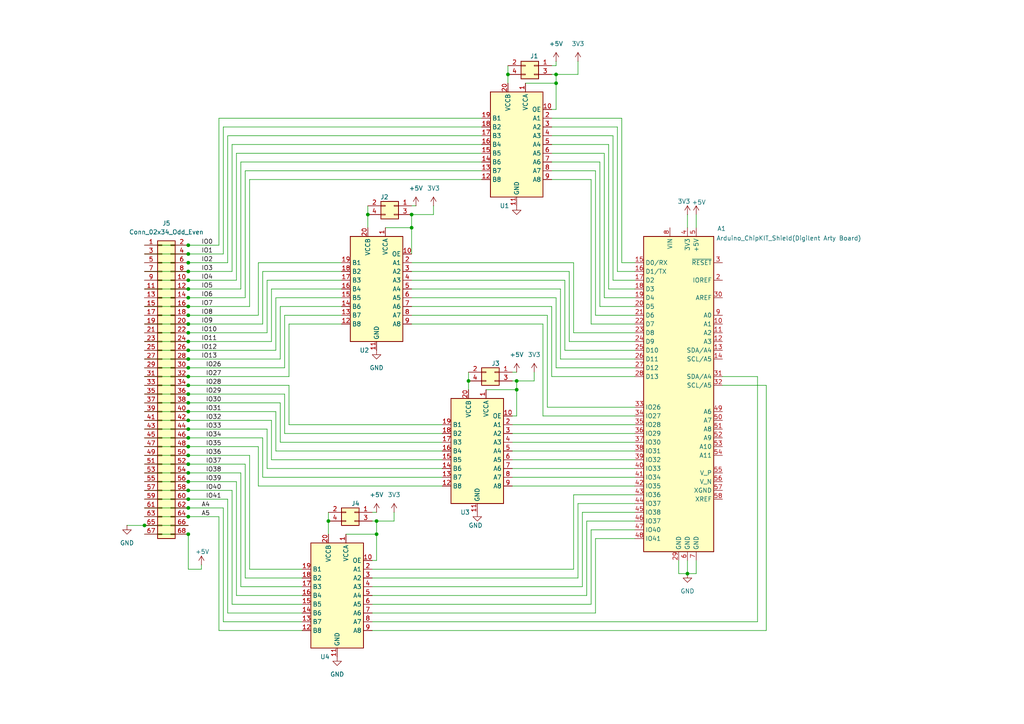
<source format=kicad_sch>
(kicad_sch (version 20250114) (generator "eeschema") (generator_version "9.0")
  (paper "A4")
  (lib_symbols
    (symbol "Connector_Generic:Conn_02x02_Odd_Even" (pin_names (offset 1.016) (hide yes))
      (property "Reference" "J" (at 1.27 2.54 0))
      (property "Value" "Conn_02x02_Odd_Even" (at 1.27 -5.08 0))
      (symbol "Conn_02x02_Odd_Even_1_1"
        (rectangle (start -1.27 1.27) (end 3.81 -3.81) (stroke (width 0.254)) (fill (type background)))
        (rectangle (start -1.27 0.127) (end 0 -0.127) (stroke (width 0.1524)))
        (rectangle (start -1.27 -2.413) (end 0 -2.667) (stroke (width 0.1524)))
        (rectangle (start 3.81 0.127) (end 2.54 -0.127) (stroke (width 0.1524)))
        (rectangle (start 3.81 -2.413) (end 2.54 -2.667) (stroke (width 0.1524)))
        (pin passive line (at -5.08 0 0) (length 3.81) (name "Pin_1") (number "1"))
        (pin passive line (at -5.08 -2.54 0) (length 3.81) (name "Pin_3") (number "3"))
        (pin passive line (at 7.62 0 180) (length 3.81) (name "Pin_2") (number "2"))
        (pin passive line (at 7.62 -2.54 180) (length 3.81) (name "Pin_4") (number "4"))
      )
    )
    (symbol "Connector_Generic:Conn_02x34_Odd_Even" (pin_names (offset 1.016) (hide yes))
      (property "Reference" "J" (at 1.27 43.18 0))
      (property "Value" "Conn_02x34_Odd_Even" (at 1.27 -45.72 0))
      (symbol "Conn_02x34_Odd_Even_1_1"
        (rectangle (start -1.27 41.91) (end 3.81 -44.45) (stroke (width 0.254)) (fill (type background)))
        (rectangle (start -1.27 40.767) (end 0 40.513) (stroke (width 0.1524)))
        (rectangle (start -1.27 38.227) (end 0 37.973) (stroke (width 0.1524)))
        (rectangle (start -1.27 35.687) (end 0 35.433) (stroke (width 0.1524)))
        (rectangle (start -1.27 33.147) (end 0 32.893) (stroke (width 0.1524)))
        (rectangle (start -1.27 30.607) (end 0 30.353) (stroke (width 0.1524)))
        (rectangle (start -1.27 28.067) (end 0 27.813) (stroke (width 0.1524)))
        (rectangle (start -1.27 25.527) (end 0 25.273) (stroke (width 0.1524)))
        (rectangle (start -1.27 22.987) (end 0 22.733) (stroke (width 0.1524)))
        (rectangle (start -1.27 20.447) (end 0 20.193) (stroke (width 0.1524)))
        (rectangle (start -1.27 17.907) (end 0 17.653) (stroke (width 0.1524)))
        (rectangle (start -1.27 15.367) (end 0 15.113) (stroke (width 0.1524)))
        (rectangle (start -1.27 12.827) (end 0 12.573) (stroke (width 0.1524)))
        (rectangle (start -1.27 10.287) (end 0 10.033) (stroke (width 0.1524)))
        (rectangle (start -1.27 7.747) (end 0 7.493) (stroke (width 0.1524)))
        (rectangle (start -1.27 5.207) (end 0 4.953) (stroke (width 0.1524)))
        (rectangle (start -1.27 2.667) (end 0 2.413) (stroke (width 0.1524)))
        (rectangle (start -1.27 0.127) (end 0 -0.127) (stroke (width 0.1524)))
        (rectangle (start -1.27 -2.413) (end 0 -2.667) (stroke (width 0.1524)))
        (rectangle (start -1.27 -4.953) (end 0 -5.207) (stroke (width 0.1524)))
        (rectangle (start -1.27 -7.493) (end 0 -7.747) (stroke (width 0.1524)))
        (rectangle (start -1.27 -10.033) (end 0 -10.287) (stroke (width 0.1524)))
        (rectangle (start -1.27 -12.573) (end 0 -12.827) (stroke (width 0.1524)))
        (rectangle (start -1.27 -15.113) (end 0 -15.367) (stroke (width 0.1524)))
        (rectangle (start -1.27 -17.653) (end 0 -17.907) (stroke (width 0.1524)))
        (rectangle (start -1.27 -20.193) (end 0 -20.447) (stroke (width 0.1524)))
        (rectangle (start -1.27 -22.733) (end 0 -22.987) (stroke (width 0.1524)))
        (rectangle (start -1.27 -25.273) (end 0 -25.527) (stroke (width 0.1524)))
        (rectangle (start -1.27 -27.813) (end 0 -28.067) (stroke (width 0.1524)))
        (rectangle (start -1.27 -30.353) (end 0 -30.607) (stroke (width 0.1524)))
        (rectangle (start -1.27 -32.893) (end 0 -33.147) (stroke (width 0.1524)))
        (rectangle (start -1.27 -35.433) (end 0 -35.687) (stroke (width 0.1524)))
        (rectangle (start -1.27 -37.973) (end 0 -38.227) (stroke (width 0.1524)))
        (rectangle (start -1.27 -40.513) (end 0 -40.767) (stroke (width 0.1524)))
        (rectangle (start -1.27 -43.053) (end 0 -43.307) (stroke (width 0.1524)))
        (rectangle (start 3.81 40.767) (end 2.54 40.513) (stroke (width 0.1524)))
        (rectangle (start 3.81 38.227) (end 2.54 37.973) (stroke (width 0.1524)))
        (rectangle (start 3.81 35.687) (end 2.54 35.433) (stroke (width 0.1524)))
        (rectangle (start 3.81 33.147) (end 2.54 32.893) (stroke (width 0.1524)))
        (rectangle (start 3.81 30.607) (end 2.54 30.353) (stroke (width 0.1524)))
        (rectangle (start 3.81 28.067) (end 2.54 27.813) (stroke (width 0.1524)))
        (rectangle (start 3.81 25.527) (end 2.54 25.273) (stroke (width 0.1524)))
        (rectangle (start 3.81 22.987) (end 2.54 22.733) (stroke (width 0.1524)))
        (rectangle (start 3.81 20.447) (end 2.54 20.193) (stroke (width 0.1524)))
        (rectangle (start 3.81 17.907) (end 2.54 17.653) (stroke (width 0.1524)))
        (rectangle (start 3.81 15.367) (end 2.54 15.113) (stroke (width 0.1524)))
        (rectangle (start 3.81 12.827) (end 2.54 12.573) (stroke (width 0.1524)))
        (rectangle (start 3.81 10.287) (end 2.54 10.033) (stroke (width 0.1524)))
        (rectangle (start 3.81 7.747) (end 2.54 7.493) (stroke (width 0.1524)))
        (rectangle (start 3.81 5.207) (end 2.54 4.953) (stroke (width 0.1524)))
        (rectangle (start 3.81 2.667) (end 2.54 2.413) (stroke (width 0.1524)))
        (rectangle (start 3.81 0.127) (end 2.54 -0.127) (stroke (width 0.1524)))
        (rectangle (start 3.81 -2.413) (end 2.54 -2.667) (stroke (width 0.1524)))
        (rectangle (start 3.81 -4.953) (end 2.54 -5.207) (stroke (width 0.1524)))
        (rectangle (start 3.81 -7.493) (end 2.54 -7.747) (stroke (width 0.1524)))
        (rectangle (start 3.81 -10.033) (end 2.54 -10.287) (stroke (width 0.1524)))
        (rectangle (start 3.81 -12.573) (end 2.54 -12.827) (stroke (width 0.1524)))
        (rectangle (start 3.81 -15.113) (end 2.54 -15.367) (stroke (width 0.1524)))
        (rectangle (start 3.81 -17.653) (end 2.54 -17.907) (stroke (width 0.1524)))
        (rectangle (start 3.81 -20.193) (end 2.54 -20.447) (stroke (width 0.1524)))
        (rectangle (start 3.81 -22.733) (end 2.54 -22.987) (stroke (width 0.1524)))
        (rectangle (start 3.81 -25.273) (end 2.54 -25.527) (stroke (width 0.1524)))
        (rectangle (start 3.81 -27.813) (end 2.54 -28.067) (stroke (width 0.1524)))
        (rectangle (start 3.81 -30.353) (end 2.54 -30.607) (stroke (width 0.1524)))
        (rectangle (start 3.81 -32.893) (end 2.54 -33.147) (stroke (width 0.1524)))
        (rectangle (start 3.81 -35.433) (end 2.54 -35.687) (stroke (width 0.1524)))
        (rectangle (start 3.81 -37.973) (end 2.54 -38.227) (stroke (width 0.1524)))
        (rectangle (start 3.81 -40.513) (end 2.54 -40.767) (stroke (width 0.1524)))
        (rectangle (start 3.81 -43.053) (end 2.54 -43.307) (stroke (width 0.1524)))
        (pin passive line (at -5.08 40.64 0) (length 3.81) (name "Pin_1") (number "1"))
        (pin passive line (at -5.08 38.1 0) (length 3.81) (name "Pin_3") (number "3"))
        (pin passive line (at -5.08 35.56 0) (length 3.81) (name "Pin_5") (number "5"))
        (pin passive line (at -5.08 33.02 0) (length 3.81) (name "Pin_7") (number "7"))
        (pin passive line (at -5.08 30.48 0) (length 3.81) (name "Pin_9") (number "9"))
        (pin passive line (at -5.08 27.94 0) (length 3.81) (name "Pin_11") (number "11"))
        (pin passive line (at -5.08 25.4 0) (length 3.81) (name "Pin_13") (number "13"))
        (pin passive line (at -5.08 22.86 0) (length 3.81) (name "Pin_15") (number "15"))
        (pin passive line (at -5.08 20.32 0) (length 3.81) (name "Pin_17") (number "17"))
        (pin passive line (at -5.08 17.78 0) (length 3.81) (name "Pin_19") (number "19"))
        (pin passive line (at -5.08 15.24 0) (length 3.81) (name "Pin_21") (number "21"))
        (pin passive line (at -5.08 12.7 0) (length 3.81) (name "Pin_23") (number "23"))
        (pin passive line (at -5.08 10.16 0) (length 3.81) (name "Pin_25") (number "25"))
        (pin passive line (at -5.08 7.62 0) (length 3.81) (name "Pin_27") (number "27"))
        (pin passive line (at -5.08 5.08 0) (length 3.81) (name "Pin_29") (number "29"))
        (pin passive line (at -5.08 2.54 0) (length 3.81) (name "Pin_31") (number "31"))
        (pin passive line (at -5.08 0 0) (length 3.81) (name "Pin_33") (number "33"))
        (pin passive line (at -5.08 -2.54 0) (length 3.81) (name "Pin_35") (number "35"))
        (pin passive line (at -5.08 -5.08 0) (length 3.81) (name "Pin_37") (number "37"))
        (pin passive line (at -5.08 -7.62 0) (length 3.81) (name "Pin_39") (number "39"))
        (pin passive line (at -5.08 -10.16 0) (length 3.81) (name "Pin_41") (number "41"))
        (pin passive line (at -5.08 -12.7 0) (length 3.81) (name "Pin_43") (number "43"))
        (pin passive line (at -5.08 -15.24 0) (length 3.81) (name "Pin_45") (number "45"))
        (pin passive line (at -5.08 -17.78 0) (length 3.81) (name "Pin_47") (number "47"))
        (pin passive line (at -5.08 -20.32 0) (length 3.81) (name "Pin_49") (number "49"))
        (pin passive line (at -5.08 -22.86 0) (length 3.81) (name "Pin_51") (number "51"))
        (pin passive line (at -5.08 -25.4 0) (length 3.81) (name "Pin_53") (number "53"))
        (pin passive line (at -5.08 -27.94 0) (length 3.81) (name "Pin_55") (number "55"))
        (pin passive line (at -5.08 -30.48 0) (length 3.81) (name "Pin_57") (number "57"))
        (pin passive line (at -5.08 -33.02 0) (length 3.81) (name "Pin_59") (number "59"))
        (pin passive line (at -5.08 -35.56 0) (length 3.81) (name "Pin_61") (number "61"))
        (pin passive line (at -5.08 -38.1 0) (length 3.81) (name "Pin_63") (number "63"))
        (pin passive line (at -5.08 -40.64 0) (length 3.81) (name "Pin_65") (number "65"))
        (pin passive line (at -5.08 -43.18 0) (length 3.81) (name "Pin_67") (number "67"))
        (pin passive line (at 7.62 40.64 180) (length 3.81) (name "Pin_2") (number "2"))
        (pin passive line (at 7.62 38.1 180) (length 3.81) (name "Pin_4") (number "4"))
        (pin passive line (at 7.62 35.56 180) (length 3.81) (name "Pin_6") (number "6"))
        (pin passive line (at 7.62 33.02 180) (length 3.81) (name "Pin_8") (number "8"))
        (pin passive line (at 7.62 30.48 180) (length 3.81) (name "Pin_10") (number "10"))
        (pin passive line (at 7.62 27.94 180) (length 3.81) (name "Pin_12") (number "12"))
        (pin passive line (at 7.62 25.4 180) (length 3.81) (name "Pin_14") (number "14"))
        (pin passive line (at 7.62 22.86 180) (length 3.81) (name "Pin_16") (number "16"))
        (pin passive line (at 7.62 20.32 180) (length 3.81) (name "Pin_18") (number "18"))
        (pin passive line (at 7.62 17.78 180) (length 3.81) (name "Pin_20") (number "20"))
        (pin passive line (at 7.62 15.24 180) (length 3.81) (name "Pin_22") (number "22"))
        (pin passive line (at 7.62 12.7 180) (length 3.81) (name "Pin_24") (number "24"))
        (pin passive line (at 7.62 10.16 180) (length 3.81) (name "Pin_26") (number "26"))
        (pin passive line (at 7.62 7.62 180) (length 3.81) (name "Pin_28") (number "28"))
        (pin passive line (at 7.62 5.08 180) (length 3.81) (name "Pin_30") (number "30"))
        (pin passive line (at 7.62 2.54 180) (length 3.81) (name "Pin_32") (number "32"))
        (pin passive line (at 7.62 0 180) (length 3.81) (name "Pin_34") (number "34"))
        (pin passive line (at 7.62 -2.54 180) (length 3.81) (name "Pin_36") (number "36"))
        (pin passive line (at 7.62 -5.08 180) (length 3.81) (name "Pin_38") (number "38"))
        (pin passive line (at 7.62 -7.62 180) (length 3.81) (name "Pin_40") (number "40"))
        (pin passive line (at 7.62 -10.16 180) (length 3.81) (name "Pin_42") (number "42"))
        (pin passive line (at 7.62 -12.7 180) (length 3.81) (name "Pin_44") (number "44"))
        (pin passive line (at 7.62 -15.24 180) (length 3.81) (name "Pin_46") (number "46"))
        (pin passive line (at 7.62 -17.78 180) (length 3.81) (name "Pin_48") (number "48"))
        (pin passive line (at 7.62 -20.32 180) (length 3.81) (name "Pin_50") (number "50"))
        (pin passive line (at 7.62 -22.86 180) (length 3.81) (name "Pin_52") (number "52"))
        (pin passive line (at 7.62 -25.4 180) (length 3.81) (name "Pin_54") (number "54"))
        (pin passive line (at 7.62 -27.94 180) (length 3.81) (name "Pin_56") (number "56"))
        (pin passive line (at 7.62 -30.48 180) (length 3.81) (name "Pin_58") (number "58"))
        (pin passive line (at 7.62 -33.02 180) (length 3.81) (name "Pin_60") (number "60"))
        (pin passive line (at 7.62 -35.56 180) (length 3.81) (name "Pin_62") (number "62"))
        (pin passive line (at 7.62 -38.1 180) (length 3.81) (name "Pin_64") (number "64"))
        (pin passive line (at 7.62 -40.64 180) (length 3.81) (name "Pin_66") (number "66"))
        (pin passive line (at 7.62 -43.18 180) (length 3.81) (name "Pin_68") (number "68"))
      )
    )
    (symbol "Library:Arduino_ChipKIT_Shield"
      (property "Reference" "A" (at -10.16 23.495 0))
      (property "Value" "Arduino_ChipKIT_Shield" (at -9.906 -72.644 0))
      (symbol "Arduino_ChipKIT_Shield_0_1"
        (rectangle (start -10.16 22.86) (end 10.16 -68.58) (stroke (width 0.254)) (fill (type background)))
      )
      (symbol "Arduino_ChipKIT_Shield_1_1"
        (pin bidirectional line (at -12.7 15.24 0) (length 2.54) (name "D0/RX") (number "15"))
        (pin bidirectional line (at -12.7 12.7 0) (length 2.54) (name "D1/TX") (number "16"))
        (pin bidirectional line (at -12.7 10.16 0) (length 2.54) (name "D2") (number "17"))
        (pin bidirectional line (at -12.7 7.62 0) (length 2.54) (name "D3") (number "18"))
        (pin bidirectional line (at -12.7 5.08 0) (length 2.54) (name "D4") (number "19"))
        (pin bidirectional line (at -12.7 2.54 0) (length 2.54) (name "D5") (number "20"))
        (pin bidirectional line (at -12.7 0 0) (length 2.54) (name "D6") (number "21"))
        (pin bidirectional line (at -12.7 -2.54 0) (length 2.54) (name "D7") (number "22"))
        (pin bidirectional line (at -12.7 -5.08 0) (length 2.54) (name "D8") (number "23"))
        (pin bidirectional line (at -12.7 -7.62 0) (length 2.54) (name "D9") (number "24"))
        (pin bidirectional line (at -12.7 -10.16 0) (length 2.54) (name "D10") (number "25"))
        (pin bidirectional line (at -12.7 -12.7 0) (length 2.54) (name "D11") (number "26"))
        (pin bidirectional line (at -12.7 -15.24 0) (length 2.54) (name "D12") (number "27"))
        (pin bidirectional line (at -12.7 -17.78 0) (length 2.54) (name "D13") (number "28"))
        (pin bidirectional line (at -12.7 -26.67 0) (length 2.54) (name "IO26") (number "33"))
        (pin bidirectional line (at -12.7 -29.21 0) (length 2.54) (name "IO27") (number "34"))
        (pin bidirectional line (at -12.7 -31.75 0) (length 2.54) (name "IO28") (number "35"))
        (pin bidirectional line (at -12.7 -34.29 0) (length 2.54) (name "IO29") (number "36"))
        (pin bidirectional line (at -12.7 -36.83 0) (length 2.54) (name "IO30") (number "37"))
        (pin bidirectional line (at -12.7 -39.37 0) (length 2.54) (name "IO31") (number "38"))
        (pin bidirectional line (at -12.7 -41.91 0) (length 2.54) (name "IO32") (number "39"))
        (pin bidirectional line (at -12.7 -44.45 0) (length 2.54) (name "IO33") (number "40"))
        (pin bidirectional line (at -12.7 -46.99 0) (length 2.54) (name "IO34") (number "41"))
        (pin bidirectional line (at -12.7 -49.53 0) (length 2.54) (name "IO35") (number "42"))
        (pin bidirectional line (at -12.7 -52.07 0) (length 2.54) (name "IO36") (number "43"))
        (pin bidirectional line (at -12.7 -54.61 0) (length 2.54) (name "IO37") (number "44"))
        (pin bidirectional line (at -12.7 -57.15 0) (length 2.54) (name "IO38") (number "45"))
        (pin bidirectional line (at -12.7 -59.69 0) (length 2.54) (name "IO37") (number "46"))
        (pin bidirectional line (at -12.7 -62.23 0) (length 2.54) (name "IO40") (number "47"))
        (pin bidirectional line (at -12.7 -64.77 0) (length 2.54) (name "IO41") (number "48"))
        (pin no_connect line (at -10.16 -20.32 0) (length 2.54) (hide yes) (name "NC") (number "1"))
        (pin power_in line (at -2.54 25.4 270) (length 2.54) (name "VIN") (number "8"))
        (pin power_in line (at 0 -71.12 90) (length 2.54) (name "GND") (number "29"))
        (pin power_out line (at 2.54 25.4 270) (length 2.54) (name "3V3") (number "4"))
        (pin power_in line (at 2.54 -71.12 90) (length 2.54) (name "GND") (number "6"))
        (pin power_out line (at 5.08 25.4 270) (length 2.54) (name "+5V") (number "5"))
        (pin power_in line (at 5.08 -71.12 90) (length 2.54) (name "GND") (number "7"))
        (pin input line (at 12.7 15.24 180) (length 2.54) (name "~{RESET}") (number "3"))
        (pin output line (at 12.7 10.16 180) (length 2.54) (name "IOREF") (number "2"))
        (pin input line (at 12.7 5.08 180) (length 2.54) (name "AREF") (number "30"))
        (pin bidirectional line (at 12.7 0 180) (length 2.54) (name "A0") (number "9"))
        (pin bidirectional line (at 12.7 -2.54 180) (length 2.54) (name "A1") (number "10"))
        (pin bidirectional line (at 12.7 -5.08 180) (length 2.54) (name "A2") (number "11"))
        (pin bidirectional line (at 12.7 -7.62 180) (length 2.54) (name "A3") (number "12"))
        (pin bidirectional line (at 12.7 -10.16 180) (length 2.54) (name "SDA/A4") (number "13"))
        (pin bidirectional line (at 12.7 -12.7 180) (length 2.54) (name "SCL/A5") (number "14"))
        (pin bidirectional line (at 12.7 -17.78 180) (length 2.54) (name "SDA/A4") (number "31"))
        (pin bidirectional line (at 12.7 -20.32 180) (length 2.54) (name "SCL/A5") (number "32"))
        (pin bidirectional line (at 12.7 -27.94 180) (length 2.54) (name "A6") (number "49"))
        (pin bidirectional line (at 12.7 -30.48 180) (length 2.54) (name "A7") (number "50"))
        (pin bidirectional line (at 12.7 -33.02 180) (length 2.54) (name "A8") (number "51"))
        (pin bidirectional line (at 12.7 -35.56 180) (length 2.54) (name "A9") (number "52"))
        (pin bidirectional line (at 12.7 -38.1 180) (length 2.54) (name "A10") (number "53"))
        (pin bidirectional line (at 12.7 -40.64 180) (length 2.54) (name "A11") (number "54"))
        (pin bidirectional line (at 12.7 -45.72 180) (length 2.54) (name "V_P") (number "55"))
        (pin bidirectional line (at 12.7 -48.26 180) (length 2.54) (name "V_N") (number "56"))
        (pin bidirectional line (at 12.7 -50.8 180) (length 2.54) (name "XGND") (number "57"))
        (pin bidirectional line (at 12.7 -53.34 180) (length 2.54) (name "XREF") (number "58"))
      )
    )
    (symbol "Library:Level_Shifter_Module_HW-221"
      (property "Reference" "U" (at -6.35 16.51 0))
      (property "Value" "Level_Shifter_Module_HW-221" (at 3.81 16.51 0))
      (symbol "Level_Shifter_Module_HW-221_0_1"
        (rectangle (start -7.62 15.24) (end 7.62 -15.24) (stroke (width 0.254)) (fill (type background)))
      )
      (symbol "Level_Shifter_Module_HW-221_1_1"
        (pin input line (at -10.16 10.16 0) (length 2.54) (name "OE") (number "10"))
        (pin bidirectional line (at -10.16 7.62 0) (length 2.54) (name "A1") (number "2"))
        (pin bidirectional line (at -10.16 5.08 0) (length 2.54) (name "A2") (number "3"))
        (pin bidirectional line (at -10.16 2.54 0) (length 2.54) (name "A3") (number "4"))
        (pin bidirectional line (at -10.16 0 0) (length 2.54) (name "A4") (number "5"))
        (pin bidirectional line (at -10.16 -2.54 0) (length 2.54) (name "A5") (number "6"))
        (pin bidirectional line (at -10.16 -5.08 0) (length 2.54) (name "A6") (number "7"))
        (pin bidirectional line (at -10.16 -7.62 0) (length 2.54) (name "A7") (number "8"))
        (pin bidirectional line (at -10.16 -10.16 0) (length 2.54) (name "A8") (number "9"))
        (pin power_in line (at -2.54 17.78 270) (length 2.54) (name "VCCA") (number "1"))
        (pin power_in line (at 0 -17.78 90) (length 2.54) (name "GND") (number "11"))
        (pin power_in line (at 2.54 17.78 270) (length 2.54) (name "VCCB") (number "20"))
        (pin bidirectional line (at 10.16 7.62 180) (length 2.54) (name "B1") (number "19"))
        (pin bidirectional line (at 10.16 5.08 180) (length 2.54) (name "B2") (number "18"))
        (pin bidirectional line (at 10.16 2.54 180) (length 2.54) (name "B3") (number "17"))
        (pin bidirectional line (at 10.16 0 180) (length 2.54) (name "B4") (number "16"))
        (pin bidirectional line (at 10.16 -2.54 180) (length 2.54) (name "B5") (number "15"))
        (pin bidirectional line (at 10.16 -5.08 180) (length 2.54) (name "B6") (number "14"))
        (pin bidirectional line (at 10.16 -7.62 180) (length 2.54) (name "B7") (number "13"))
        (pin bidirectional line (at 10.16 -10.16 180) (length 2.54) (name "B8") (number "12"))
      )
    )
    (symbol "power:GND" (power) (pin_numbers (hide yes)) (pin_names (offset 0) (hide yes))
      (property "Value" "GND" (at 0 -3.81 0))
      (symbol "GND_0_1"
        (polyline (pts (xy 0 0) (xy 0 -1.27) (xy 1.27 -1.27) (xy 0 -2.54) (xy -1.27 -1.27) (xy 0 -1.27)))
      )
      (symbol "GND_1_1"
        (pin power_in line (at 0 0 270) (length 0) (name "~") (number "1"))
      )
    )
    (symbol "power:VCC" (power) (pin_numbers (hide yes)) (pin_names (offset 0) (hide yes))
      (property "Value" "VCC" (at 0 3.556 0))
      (symbol "VCC_0_1"
        (polyline (pts (xy -0.762 1.27) (xy 0 2.54)))
        (polyline (pts (xy 0 2.54) (xy 0.762 1.27)))
        (polyline (pts (xy 0 0) (xy 0 2.54)))
      )
      (symbol "VCC_1_1"
        (pin power_in line (at 0 0 90) (length 0) (name "~") (number "1"))
      )
    )
  )
  (junction (at 54.61 111.76))
  (junction (at 54.61 144.78))
  (junction (at 109.22 151.13))
  (junction (at 54.61 116.84))
  (junction (at 54.61 142.24))
  (junction (at 54.61 88.9))
  (junction (at 54.61 132.08))
  (junction (at 95.25 151.13))
  (junction (at 54.61 154.94))
  (junction (at 54.61 86.36))
  (junction (at 54.61 78.74))
  (junction (at 54.61 93.98))
  (junction (at 149.86 113.03))
  (junction (at 119.38 66.04))
  (junction (at 54.61 76.2))
  (junction (at 161.29 24.13))
  (junction (at 54.61 137.16))
  (junction (at 54.61 114.3))
  (junction (at 54.61 104.14))
  (junction (at 54.61 109.22))
  (junction (at 54.61 129.54))
  (junction (at 54.61 96.52))
  (junction (at 54.61 121.92))
  (junction (at 54.61 127))
  (junction (at 54.61 83.82))
  (junction (at 54.61 91.44))
  (junction (at 54.61 81.28))
  (junction (at 54.61 149.86))
  (junction (at 54.61 147.32))
  (junction (at 106.68 62.23))
  (junction (at 54.61 73.66))
  (junction (at 54.61 119.38))
  (junction (at 135.89 110.49))
  (junction (at 54.61 134.62))
  (junction (at 54.61 101.6))
  (junction (at 54.61 124.46))
  (junction (at 41.91 152.4))
  (junction (at 54.61 106.68))
  (junction (at 119.38 62.23))
  (junction (at 149.86 110.49))
  (junction (at 199.39 166.37))
  (junction (at 54.61 139.7))
  (junction (at 109.22 154.94))
  (junction (at 147.32 21.59))
  (junction (at 54.61 99.06))
  (junction (at 161.29 21.59))
  (junction (at 54.61 71.12))
  (wire (pts (xy 81.28 88.9) (xy 81.28 104.14)))
  (wire (pts (xy 67.31 142.24) (xy 54.61 142.24)))
  (wire (pts (xy 54.61 91.44) (xy 74.93 91.44)))
  (wire (pts (xy 107.95 170.18) (xy 168.91 170.18)))
  (wire (pts (xy 119.38 88.9) (xy 160.02 88.9)))
  (wire (pts (xy 128.27 128.27) (xy 81.28 128.27)))
  (wire (pts (xy 95.25 154.94) (xy 95.25 151.13)))
  (wire (pts (xy 106.68 66.04) (xy 106.68 62.23)))
  (wire (pts (xy 41.91 83.82) (xy 54.61 83.82)))
  (wire (pts (xy 64.77 180.34) (xy 64.77 147.32)))
  (wire (pts (xy 82.55 91.44) (xy 82.55 106.68)))
  (wire (pts (xy 78.74 83.82) (xy 78.74 99.06)))
  (wire (pts (xy 63.5 182.88) (xy 63.5 149.86)))
  (wire (pts (xy 166.37 165.1) (xy 166.37 143.51)))
  (wire (pts (xy 149.86 110.49) (xy 154.94 110.49)))
  (wire (pts (xy 128.27 140.97) (xy 74.93 140.97)))
  (wire (pts (xy 41.91 144.78) (xy 54.61 144.78)))
  (wire (pts (xy 63.5 34.29) (xy 139.7 34.29)))
  (wire (pts (xy 41.91 88.9) (xy 54.61 88.9)))
  (wire (pts (xy 99.06 78.74) (xy 76.2 78.74)))
  (wire (pts (xy 87.63 180.34) (xy 64.77 180.34)))
  (wire (pts (xy 63.5 34.29) (xy 63.5 71.12)))
  (wire (pts (xy 81.28 104.14) (xy 54.61 104.14)))
  (wire (pts (xy 119.38 86.36) (xy 161.29 86.36)))
  (wire (pts (xy 77.47 124.46) (xy 54.61 124.46)))
  (wire (pts (xy 196.85 166.37) (xy 199.39 166.37)))
  (wire (pts (xy 201.93 162.56) (xy 201.93 166.37)))
  (wire (pts (xy 87.63 165.1) (xy 72.39 165.1)))
  (wire (pts (xy 219.71 109.22) (xy 219.71 180.34)))
  (wire (pts (xy 41.91 109.22) (xy 54.61 109.22)))
  (wire (pts (xy 80.01 119.38) (xy 54.61 119.38)))
  (wire (pts (xy 135.89 113.03) (xy 135.89 110.49)))
  (wire (pts (xy 163.83 81.28) (xy 163.83 101.6)))
  (wire (pts (xy 72.39 52.07) (xy 139.7 52.07)))
  (wire (pts (xy 161.29 106.68) (xy 184.15 106.68)))
  (wire (pts (xy 128.27 135.89) (xy 77.47 135.89)))
  (wire (pts (xy 157.48 93.98) (xy 157.48 120.65)))
  (wire (pts (xy 41.91 106.68) (xy 54.61 106.68)))
  (wire (pts (xy 128.27 123.19) (xy 83.82 123.19)))
  (wire (pts (xy 160.02 88.9) (xy 160.02 109.22)))
  (wire (pts (xy 78.74 121.92) (xy 54.61 121.92)))
  (wire (pts (xy 119.38 66.04) (xy 119.38 73.66)))
  (wire (pts (xy 152.4 24.13) (xy 161.29 24.13)))
  (wire (pts (xy 63.5 71.12) (xy 54.61 71.12)))
  (wire (pts (xy 149.86 120.65) (xy 148.59 120.65)))
  (wire (pts (xy 158.75 118.11) (xy 184.15 118.11)))
  (wire (pts (xy 162.56 83.82) (xy 162.56 104.14)))
  (wire (pts (xy 171.45 153.67) (xy 184.15 153.67)))
  (wire (pts (xy 119.38 91.44) (xy 158.75 91.44)))
  (wire (pts (xy 78.74 133.35) (xy 78.74 121.92)))
  (wire (pts (xy 58.42 163.83) (xy 58.42 165.1)))
  (wire (pts (xy 119.38 78.74) (xy 165.1 78.74)))
  (wire (pts (xy 83.82 93.98) (xy 83.82 109.22)))
  (wire (pts (xy 81.28 128.27) (xy 81.28 116.84)))
  (wire (pts (xy 196.85 162.56) (xy 196.85 166.37)))
  (wire (pts (xy 119.38 76.2) (xy 166.37 76.2)))
  (wire (pts (xy 179.07 36.83) (xy 179.07 78.74)))
  (wire (pts (xy 140.97 113.03) (xy 149.86 113.03)))
  (wire (pts (xy 66.04 177.8) (xy 66.04 144.78)))
  (wire (pts (xy 148.59 130.81) (xy 184.15 130.81)))
  (wire (pts (xy 100.33 154.94) (xy 109.22 154.94)))
  (wire (pts (xy 128.27 125.73) (xy 82.55 125.73)))
  (wire (pts (xy 135.89 107.95) (xy 135.89 110.49)))
  (wire (pts (xy 63.5 149.86) (xy 54.61 149.86)))
  (wire (pts (xy 41.91 137.16) (xy 54.61 137.16)))
  (wire (pts (xy 36.83 152.4) (xy 41.91 152.4)))
  (wire (pts (xy 167.64 17.78) (xy 167.64 21.59)))
  (wire (pts (xy 72.39 88.9) (xy 54.61 88.9)))
  (wire (pts (xy 74.93 129.54) (xy 54.61 129.54)))
  (wire (pts (xy 107.95 151.13) (xy 109.22 151.13)))
  (wire (pts (xy 180.34 34.29) (xy 180.34 76.2)))
  (wire (pts (xy 87.63 175.26) (xy 67.31 175.26)))
  (wire (pts (xy 41.91 96.52) (xy 54.61 96.52)))
  (wire (pts (xy 76.2 78.74) (xy 76.2 93.98)))
  (wire (pts (xy 54.61 86.36) (xy 71.12 86.36)))
  (wire (pts (xy 68.58 81.28) (xy 54.61 81.28)))
  (wire (pts (xy 41.91 132.08) (xy 54.61 132.08)))
  (wire (pts (xy 87.63 172.72) (xy 68.58 172.72)))
  (wire (pts (xy 74.93 140.97) (xy 74.93 129.54)))
  (wire (pts (xy 162.56 104.14) (xy 184.15 104.14)))
  (wire (pts (xy 171.45 175.26) (xy 171.45 153.67)))
  (wire (pts (xy 165.1 78.74) (xy 165.1 99.06)))
  (wire (pts (xy 67.31 78.74) (xy 54.61 78.74)))
  (wire (pts (xy 58.42 165.1) (xy 54.61 165.1)))
  (wire (pts (xy 160.02 34.29) (xy 180.34 34.29)))
  (wire (pts (xy 107.95 182.88) (xy 222.25 182.88)))
  (wire (pts (xy 171.45 52.07) (xy 171.45 93.98)))
  (wire (pts (xy 69.85 170.18) (xy 69.85 137.16)))
  (wire (pts (xy 106.68 59.69) (xy 106.68 62.23)))
  (wire (pts (xy 148.59 135.89) (xy 184.15 135.89)))
  (wire (pts (xy 160.02 52.07) (xy 171.45 52.07)))
  (wire (pts (xy 119.38 81.28) (xy 163.83 81.28)))
  (wire (pts (xy 69.85 46.99) (xy 139.7 46.99)))
  (wire (pts (xy 41.91 129.54) (xy 54.61 129.54)))
  (wire (pts (xy 161.29 19.05) (xy 161.29 17.78)))
  (wire (pts (xy 111.76 66.04) (xy 119.38 66.04)))
  (wire (pts (xy 71.12 49.53) (xy 139.7 49.53)))
  (wire (pts (xy 161.29 21.59) (xy 167.64 21.59)))
  (wire (pts (xy 80.01 101.6) (xy 54.61 101.6)))
  (wire (pts (xy 160.02 49.53) (xy 172.72 49.53)))
  (wire (pts (xy 76.2 127) (xy 54.61 127)))
  (wire (pts (xy 41.91 99.06) (xy 54.61 99.06)))
  (wire (pts (xy 160.02 36.83) (xy 179.07 36.83)))
  (wire (pts (xy 147.32 24.13) (xy 147.32 21.59)))
  (wire (pts (xy 76.2 93.98) (xy 54.61 93.98)))
  (wire (pts (xy 69.85 137.16) (xy 54.61 137.16)))
  (wire (pts (xy 128.27 130.81) (xy 80.01 130.81)))
  (wire (pts (xy 148.59 140.97) (xy 184.15 140.97)))
  (wire (pts (xy 109.22 154.94) (xy 109.22 162.56)))
  (wire (pts (xy 87.63 177.8) (xy 66.04 177.8)))
  (wire (pts (xy 87.63 167.64) (xy 71.12 167.64)))
  (wire (pts (xy 41.91 147.32) (xy 54.61 147.32)))
  (wire (pts (xy 148.59 138.43) (xy 184.15 138.43)))
  (wire (pts (xy 41.91 91.44) (xy 54.61 91.44)))
  (wire (pts (xy 76.2 138.43) (xy 76.2 127)))
  (wire (pts (xy 41.91 71.12) (xy 54.61 71.12)))
  (wire (pts (xy 71.12 167.64) (xy 71.12 134.62)))
  (wire (pts (xy 172.72 91.44) (xy 184.15 91.44)))
  (wire (pts (xy 66.04 144.78) (xy 54.61 144.78)))
  (wire (pts (xy 68.58 44.45) (xy 68.58 81.28)))
  (wire (pts (xy 209.55 111.76) (xy 222.25 111.76)))
  (wire (pts (xy 172.72 49.53) (xy 172.72 91.44)))
  (wire (pts (xy 160.02 19.05) (xy 161.29 19.05)))
  (wire (pts (xy 77.47 135.89) (xy 77.47 124.46)))
  (wire (pts (xy 148.59 107.95) (xy 149.86 107.95)))
  (wire (pts (xy 83.82 123.19) (xy 83.82 111.76)))
  (wire (pts (xy 69.85 83.82) (xy 54.61 83.82)))
  (wire (pts (xy 72.39 165.1) (xy 72.39 132.08)))
  (wire (pts (xy 68.58 172.72) (xy 68.58 139.7)))
  (wire (pts (xy 160.02 39.37) (xy 177.8 39.37)))
  (wire (pts (xy 80.01 130.81) (xy 80.01 119.38)))
  (wire (pts (xy 109.22 154.94) (xy 109.22 151.13)))
  (wire (pts (xy 165.1 99.06) (xy 184.15 99.06)))
  (wire (pts (xy 148.59 128.27) (xy 184.15 128.27)))
  (wire (pts (xy 160.02 31.75) (xy 161.29 31.75)))
  (wire (pts (xy 161.29 24.13) (xy 161.29 31.75)))
  (wire (pts (xy 119.38 83.82) (xy 162.56 83.82)))
  (wire (pts (xy 125.73 59.69) (xy 125.73 62.23)))
  (wire (pts (xy 119.38 62.23) (xy 125.73 62.23)))
  (wire (pts (xy 180.34 76.2) (xy 184.15 76.2)))
  (wire (pts (xy 119.38 93.98) (xy 157.48 93.98)))
  (wire (pts (xy 66.04 39.37) (xy 139.7 39.37)))
  (wire (pts (xy 157.48 120.65) (xy 184.15 120.65)))
  (wire (pts (xy 199.39 62.23) (xy 199.39 66.04)))
  (wire (pts (xy 148.59 123.19) (xy 184.15 123.19)))
  (wire (pts (xy 160.02 41.91) (xy 176.53 41.91)))
  (wire (pts (xy 74.93 76.2) (xy 74.93 91.44)))
  (wire (pts (xy 168.91 170.18) (xy 168.91 148.59)))
  (wire (pts (xy 41.91 81.28) (xy 54.61 81.28)))
  (wire (pts (xy 71.12 134.62) (xy 54.61 134.62)))
  (wire (pts (xy 77.47 96.52) (xy 54.61 96.52)))
  (wire (pts (xy 67.31 41.91) (xy 139.7 41.91)))
  (wire (pts (xy 119.38 66.04) (xy 119.38 62.23)))
  (wire (pts (xy 161.29 86.36) (xy 161.29 106.68)))
  (wire (pts (xy 41.91 76.2) (xy 54.61 76.2)))
  (wire (pts (xy 201.93 62.23) (xy 201.93 66.04)))
  (wire (pts (xy 160.02 21.59) (xy 161.29 21.59)))
  (wire (pts (xy 177.8 81.28) (xy 184.15 81.28)))
  (wire (pts (xy 41.91 104.14) (xy 54.61 104.14)))
  (wire (pts (xy 83.82 109.22) (xy 54.61 109.22)))
  (wire (pts (xy 170.18 172.72) (xy 107.95 172.72)))
  (wire (pts (xy 109.22 162.56) (xy 107.95 162.56)))
  (wire (pts (xy 219.71 109.22) (xy 209.55 109.22)))
  (wire (pts (xy 54.61 154.94) (xy 54.61 165.1)))
  (wire (pts (xy 64.77 73.66) (xy 54.61 73.66)))
  (wire (pts (xy 149.86 113.03) (xy 149.86 110.49)))
  (wire (pts (xy 99.06 93.98) (xy 83.82 93.98)))
  (wire (pts (xy 41.91 101.6) (xy 54.61 101.6)))
  (wire (pts (xy 128.27 138.43) (xy 76.2 138.43)))
  (wire (pts (xy 99.06 86.36) (xy 80.01 86.36)))
  (wire (pts (xy 160.02 46.99) (xy 173.99 46.99)))
  (wire (pts (xy 87.63 170.18) (xy 69.85 170.18)))
  (wire (pts (xy 184.15 146.05) (xy 167.64 146.05)))
  (wire (pts (xy 41.91 114.3) (xy 54.61 114.3)))
  (wire (pts (xy 41.91 149.86) (xy 54.61 149.86)))
  (wire (pts (xy 167.64 167.64) (xy 107.95 167.64)))
  (wire (pts (xy 170.18 151.13) (xy 170.18 172.72)))
  (wire (pts (xy 41.91 121.92) (xy 54.61 121.92)))
  (wire (pts (xy 148.59 133.35) (xy 184.15 133.35)))
  (wire (pts (xy 66.04 39.37) (xy 66.04 76.2)))
  (wire (pts (xy 161.29 24.13) (xy 161.29 21.59)))
  (wire (pts (xy 168.91 148.59) (xy 184.15 148.59)))
  (wire (pts (xy 41.91 152.4) (xy 54.61 152.4)))
  (wire (pts (xy 184.15 151.13) (xy 170.18 151.13)))
  (wire (pts (xy 176.53 41.91) (xy 176.53 83.82)))
  (wire (pts (xy 172.72 177.8) (xy 107.95 177.8)))
  (wire (pts (xy 66.04 76.2) (xy 54.61 76.2)))
  (wire (pts (xy 64.77 147.32) (xy 54.61 147.32)))
  (wire (pts (xy 222.25 111.76) (xy 222.25 182.88)))
  (wire (pts (xy 77.47 81.28) (xy 77.47 96.52)))
  (wire (pts (xy 173.99 46.99) (xy 173.99 88.9)))
  (wire (pts (xy 158.75 91.44) (xy 158.75 118.11)))
  (wire (pts (xy 179.07 78.74) (xy 184.15 78.74)))
  (wire (pts (xy 99.06 76.2) (xy 74.93 76.2)))
  (wire (pts (xy 68.58 139.7) (xy 54.61 139.7)))
  (wire (pts (xy 41.91 111.76) (xy 54.61 111.76)))
  (wire (pts (xy 107.95 180.34) (xy 219.71 180.34)))
  (wire (pts (xy 148.59 110.49) (xy 149.86 110.49)))
  (wire (pts (xy 175.26 44.45) (xy 175.26 86.36)))
  (wire (pts (xy 147.32 19.05) (xy 147.32 21.59)))
  (wire (pts (xy 71.12 49.53) (xy 71.12 86.36)))
  (wire (pts (xy 99.06 81.28) (xy 77.47 81.28)))
  (wire (pts (xy 173.99 88.9) (xy 184.15 88.9)))
  (wire (pts (xy 184.15 156.21) (xy 172.72 156.21)))
  (wire (pts (xy 41.91 86.36) (xy 54.61 86.36)))
  (wire (pts (xy 41.91 119.38) (xy 54.61 119.38)))
  (wire (pts (xy 175.26 86.36) (xy 184.15 86.36)))
  (wire (pts (xy 107.95 148.59) (xy 109.22 148.59)))
  (wire (pts (xy 120.65 59.69) (xy 119.38 59.69)))
  (wire (pts (xy 167.64 146.05) (xy 167.64 167.64)))
  (wire (pts (xy 95.25 148.59) (xy 95.25 151.13)))
  (wire (pts (xy 176.53 83.82) (xy 184.15 83.82)))
  (wire (pts (xy 114.3 148.59) (xy 114.3 151.13)))
  (wire (pts (xy 160.02 109.22) (xy 184.15 109.22)))
  (wire (pts (xy 171.45 93.98) (xy 184.15 93.98)))
  (wire (pts (xy 177.8 39.37) (xy 177.8 81.28)))
  (wire (pts (xy 107.95 165.1) (xy 166.37 165.1)))
  (wire (pts (xy 199.39 166.37) (xy 201.93 166.37)))
  (wire (pts (xy 41.91 154.94) (xy 54.61 154.94)))
  (wire (pts (xy 80.01 86.36) (xy 80.01 101.6)))
  (wire (pts (xy 64.77 36.83) (xy 139.7 36.83)))
  (wire (pts (xy 109.22 151.13) (xy 114.3 151.13)))
  (wire (pts (xy 41.91 142.24) (xy 54.61 142.24)))
  (wire (pts (xy 82.55 106.68) (xy 54.61 106.68)))
  (wire (pts (xy 128.27 133.35) (xy 78.74 133.35)))
  (wire (pts (xy 149.86 113.03) (xy 149.86 120.65)))
  (wire (pts (xy 199.39 162.56) (xy 199.39 166.37)))
  (wire (pts (xy 166.37 76.2) (xy 166.37 96.52)))
  (wire (pts (xy 154.94 107.95) (xy 154.94 110.49)))
  (wire (pts (xy 81.28 116.84) (xy 54.61 116.84)))
  (wire (pts (xy 68.58 44.45) (xy 139.7 44.45)))
  (wire (pts (xy 41.91 134.62) (xy 54.61 134.62)))
  (wire (pts (xy 87.63 182.88) (xy 63.5 182.88)))
  (wire (pts (xy 83.82 111.76) (xy 54.61 111.76)))
  (wire (pts (xy 41.91 127) (xy 54.61 127)))
  (wire (pts (xy 166.37 96.52) (xy 184.15 96.52)))
  (wire (pts (xy 99.06 83.82) (xy 78.74 83.82)))
  (wire (pts (xy 166.37 143.51) (xy 184.15 143.51)))
  (wire (pts (xy 64.77 36.83) (xy 64.77 73.66)))
  (wire (pts (xy 99.06 88.9) (xy 81.28 88.9)))
  (wire (pts (xy 107.95 175.26) (xy 171.45 175.26)))
  (wire (pts (xy 72.39 52.07) (xy 72.39 88.9)))
  (wire (pts (xy 41.91 139.7) (xy 54.61 139.7)))
  (wire (pts (xy 99.06 91.44) (xy 82.55 91.44)))
  (wire (pts (xy 41.91 73.66) (xy 54.61 73.66)))
  (wire (pts (xy 82.55 125.73) (xy 82.55 114.3)))
  (wire (pts (xy 41.91 116.84) (xy 54.61 116.84)))
  (wire (pts (xy 69.85 46.99) (xy 69.85 83.82)))
  (wire (pts (xy 41.91 78.74) (xy 54.61 78.74)))
  (wire (pts (xy 41.91 124.46) (xy 54.61 124.46)))
  (wire (pts (xy 67.31 41.91) (xy 67.31 78.74)))
  (wire (pts (xy 172.72 156.21) (xy 172.72 177.8)))
  (wire (pts (xy 67.31 175.26) (xy 67.31 142.24)))
  (wire (pts (xy 41.91 93.98) (xy 54.61 93.98)))
  (wire (pts (xy 160.02 44.45) (xy 175.26 44.45)))
  (wire (pts (xy 148.59 125.73) (xy 184.15 125.73)))
  (wire (pts (xy 82.55 114.3) (xy 54.61 114.3)))
  (wire (pts (xy 72.39 132.08) (xy 54.61 132.08)))
  (wire (pts (xy 78.74 99.06) (xy 54.61 99.06)))
  (wire (pts (xy 163.83 101.6) (xy 184.15 101.6)))
  (label "IO7" (at 58.42 88.9 0))
  (label "IO30" (at 59.69 116.84 0))
  (label "IO35" (at 59.69 129.54 0))
  (label "IO12" (at 58.42 101.6 0))
  (label "IO37" (at 59.69 134.62 0))
  (label "IO6" (at 58.42 86.36 0))
  (label "IO28" (at 59.69 111.76 0))
  (label "IO41" (at 59.69 144.78 0))
  (label "IO3" (at 58.42 78.74 0))
  (label "IO13" (at 58.42 104.14 0))
  (label "IO29" (at 59.69 114.3 0))
  (label "IO10" (at 58.42 96.52 0))
  (label "IO40" (at 59.69 142.24 0))
  (label "IO33" (at 59.69 124.46 0))
  (label "IO34" (at 59.69 127 0))
  (label "IO31" (at 59.69 119.38 0))
  (label "IO38" (at 59.69 137.16 0))
  (label "IO9" (at 58.42 93.98 0))
  (label "IO5" (at 58.42 83.82 0))
  (label "IO36" (at 59.69 132.08 0))
  (label "IO1" (at 58.42 73.66 0))
  (label "A5" (at 58.42 149.86 0))
  (label "IO32" (at 59.69 121.92 0))
  (label "IO27" (at 59.69 109.22 0))
  (label "IO4" (at 58.42 81.28 0))
  (label "IO2" (at 58.42 76.2 0))
  (label "IO0" (at 58.42 71.12 0))
  (label "IO39" (at 59.69 139.7 0))
  (label "IO8" (at 58.42 91.44 0))
  (label "IO26" (at 59.69 106.68 0))
  (label "IO11" (at 58.42 99.06 0))
  (label "A4" (at 58.42 147.32 0))
  (symbol (lib_id "power:VCC") (at 201.93 62.23 0) (unit 1)
    (property "Reference" "#PWR014" (effects (hide yes)))
    (property "Value" "+5V" (at 202.692 58.674 0))
    (property "Description" "Power symbol creates a global label with name \"VCC\"" (effects (hide yes)))
  )
  (symbol (lib_id "power:VCC") (at 109.22 148.59 0) (unit 1)
    (property "Reference" "#PWR010" (effects (hide yes)))
    (property "Value" "+5V" (at 109.22 143.51 0))
    (property "Description" "Power symbol creates a global label with name \"VCC\"" (effects (hide yes)))
  )
  (symbol (lib_id "Library:Arduino_ChipKIT_Shield") (at 196.85 91.44 0) (unit 1)
    (property "Reference" "A1" (at 208.026 66.294 0) (effects (justify left)))
    (property "Value" "Arduino_ChipKIT_Shield(Digilent Arty Board)" (at 207.772 69.088 0) (effects (justify left)))
    (property "Footprint" "Library:Arduino_ChipKIT_Shield" (effects (hide yes)))
    (property "Datasheet" "https://www.arduino.cc/en/Main/arduinoBoardUno" (effects (hide yes)))
    (property "Description" "Arduino UNO Microcontroller Module, release 3" (effects (hide yes)))
  )
  (symbol (lib_id "power:VCC") (at 120.65 59.69 0) (unit 1)
    (property "Reference" "#PWR04" (effects (hide yes)))
    (property "Value" "+5V" (at 120.65 54.61 0))
    (property "Description" "Power symbol creates a global label with name \"VCC\"" (effects (hide yes)))
  )
  (symbol (lib_id "power:VCC") (at 199.39 62.23 0) (unit 1)
    (property "Reference" "#PWR013" (effects (hide yes)))
    (property "Value" "3V3" (at 198.374 58.42 0))
    (property "Description" "Power symbol creates a global label with name \"VCC\"" (effects (hide yes)))
  )
  (symbol (lib_id "power:GND") (at 149.86 59.69 0) (mirror y) (unit 1)
    (property "Reference" "#PWR01" (effects (hide yes)))
    (property "Value" "GND" (effects (hide yes)))
    (property "Description" "Power symbol creates a global label with name \"GND\" , ground" (effects (hide yes)))
  )
  (symbol (lib_id "power:VCC") (at 167.64 17.78 0) (unit 1)
    (property "Reference" "#PWR03" (effects (hide yes)))
    (property "Value" "3V3" (at 167.64 12.7 0))
    (property "Description" "Power symbol creates a global label with name \"VCC\"" (effects (hide yes)))
  )
  (symbol (lib_id "power:VCC") (at 161.29 17.78 0) (unit 1)
    (property "Reference" "#PWR02" (effects (hide yes)))
    (property "Value" "+5V" (at 161.29 12.7 0))
    (property "Description" "Power symbol creates a global label with name \"VCC\"" (effects (hide yes)))
  )
  (symbol (lib_id "power:VCC") (at 149.86 107.95 0) (unit 1)
    (property "Reference" "#PWR07" (effects (hide yes)))
    (property "Value" "+5V" (at 149.86 102.87 0))
    (property "Description" "Power symbol creates a global label with name \"VCC\"" (effects (hide yes)))
  )
  (symbol (lib_id "Library:Level_Shifter_Module_HW-221") (at 138.43 130.81 0) (mirror y) (unit 1)
    (property "Reference" "U3" (at 136.2867 148.59 0) (effects (justify left)))
    (property "Value" "Level_Shifter_Module_HW-221" (effects (hide yes)))
    (property "Footprint" "Library:Level_Shifter_Module_HW-221" (effects (hide yes)))
    (property "Datasheet" "www.ti.com/lit/ds/symlink/txs0108e.pdf" (effects (hide yes)))
    (property "Description" "Bidirectional  level-shifting voltage translator, TSSOP-20" (effects (hide yes)))
  )
  (symbol (lib_id "power:GND") (at 199.39 166.37 0) (unit 1)
    (property "Reference" "#PWR015" (effects (hide yes)))
    (property "Value" "GND" (at 199.39 171.45 0))
    (property "Description" "Power symbol creates a global label with name \"GND\" , ground" (effects (hide yes)))
  )
  (symbol (lib_id "power:GND") (at 138.43 148.59 0) (mirror y) (unit 1)
    (property "Reference" "#PWR08" (effects (hide yes)))
    (property "Value" "GND" (at 137.922 152.4 0))
    (property "Description" "Power symbol creates a global label with name \"GND\" , ground" (effects (hide yes)))
  )
  (symbol (lib_id "Connector_Generic:Conn_02x02_Odd_Even") (at 102.87 148.59 0) (mirror y) (unit 1)
    (property "Reference" "J4" (at 103.124 146.05 0))
    (property "Value" "Conn_02x02_Odd_Even" (effects (hide yes)))
    (property "Footprint" "Connector_PinHeader_2.54mm:PinHeader_2x02_P2.54mm_Vertical" (effects (hide yes)))
    (property "Description" "Generic connector, double row, 02x02, odd/even pin numbering scheme (row 1 odd numbers, row 2 even numbers), script generated (kicad-library-utils/schlib/autogen/connector/)" (effects (hide yes)))
  )
  (symbol (lib_id "power:VCC") (at 58.42 163.83 0) (unit 1)
    (property "Reference" "#PWR017" (effects (hide yes)))
    (property "Value" "+5V" (at 58.674 160.02 0))
    (property "Description" "Power symbol creates a global label with name \"VCC\"" (effects (hide yes)))
  )
  (symbol (lib_id "Connector_Generic:Conn_02x02_Odd_Even") (at 154.94 19.05 0) (mirror y) (unit 1)
    (property "Reference" "J1" (at 154.94 16.256 0))
    (property "Value" "Conn_02x02_Odd_Even" (effects (hide yes)))
    (property "Footprint" "Connector_PinHeader_2.54mm:PinHeader_2x02_P2.54mm_Vertical" (effects (hide yes)))
    (property "Description" "Generic connector, double row, 02x02, odd/even pin numbering scheme (row 1 odd numbers, row 2 even numbers), script generated (kicad-library-utils/schlib/autogen/connector/)" (effects (hide yes)))
  )
  (symbol (lib_id "power:VCC") (at 154.94 107.95 0) (unit 1)
    (property "Reference" "#PWR09" (effects (hide yes)))
    (property "Value" "3V3" (at 154.94 102.87 0))
    (property "Description" "Power symbol creates a global label with name \"VCC\"" (effects (hide yes)))
  )
  (symbol (lib_id "Connector_Generic:Conn_02x02_Odd_Even") (at 114.3 59.69 0) (mirror y) (unit 1)
    (property "Reference" "J2" (at 111.506 57.15 0))
    (property "Value" "Conn_02x02_Odd_Even" (effects (hide yes)))
    (property "Footprint" "Connector_PinHeader_2.54mm:PinHeader_2x02_P2.54mm_Vertical" (effects (hide yes)))
    (property "Description" "Generic connector, double row, 02x02, odd/even pin numbering scheme (row 1 odd numbers, row 2 even numbers), script generated (kicad-library-utils/schlib/autogen/connector/)" (effects (hide yes)))
  )
  (symbol (lib_id "power:VCC") (at 114.3 148.59 0) (unit 1)
    (property "Reference" "#PWR012" (effects (hide yes)))
    (property "Value" "3V3" (at 114.3 143.51 0))
    (property "Description" "Power symbol creates a global label with name \"VCC\"" (effects (hide yes)))
  )
  (symbol (lib_id "Library:Level_Shifter_Module_HW-221") (at 149.86 41.91 0) (mirror y) (unit 1)
    (property "Reference" "U1" (at 147.7167 59.69 0) (effects (justify left)))
    (property "Value" "Level_Shifter_Module_HW-221" (effects (hide yes)))
    (property "Footprint" "Library:Level_Shifter_Module_HW-221" (effects (hide yes)))
    (property "Datasheet" "www.ti.com/lit/ds/symlink/txs0108e.pdf" (effects (hide yes)))
    (property "Description" "Bidirectional  level-shifting voltage translator, TSSOP-20" (effects (hide yes)))
  )
  (symbol (lib_id "power:VCC") (at 125.73 59.69 0) (unit 1)
    (property "Reference" "#PWR06" (effects (hide yes)))
    (property "Value" "3V3" (at 125.73 54.61 0))
    (property "Description" "Power symbol creates a global label with name \"VCC\"" (effects (hide yes)))
  )
  (symbol (lib_id "power:GND") (at 36.83 152.4 0) (unit 1)
    (property "Reference" "#PWR016" (effects (hide yes)))
    (property "Value" "GND" (at 36.83 157.48 0))
    (property "Description" "Power symbol creates a global label with name \"GND\" , ground" (effects (hide yes)))
  )
  (symbol (lib_id "power:GND") (at 109.22 101.6 0) (mirror y) (unit 1)
    (property "Reference" "#PWR05" (effects (hide yes)))
    (property "Value" "GND" (at 109.22 106.68 0))
    (property "Description" "Power symbol creates a global label with name \"GND\" , ground" (effects (hide yes)))
  )
  (symbol (lib_id "Connector_Generic:Conn_02x02_Odd_Even") (at 143.51 107.95 0) (mirror y) (unit 1)
    (property "Reference" "J3" (at 143.764 105.41 0))
    (property "Value" "Conn_02x02_Odd_Even" (effects (hide yes)))
    (property "Footprint" "Connector_PinHeader_2.54mm:PinHeader_2x02_P2.54mm_Vertical" (effects (hide yes)))
    (property "Description" "Generic connector, double row, 02x02, odd/even pin numbering scheme (row 1 odd numbers, row 2 even numbers), script generated (kicad-library-utils/schlib/autogen/connector/)" (effects (hide yes)))
  )
  (symbol (lib_id "power:GND") (at 97.79 190.5 0) (unit 1)
    (property "Reference" "#PWR011" (effects (hide yes)))
    (property "Value" "GND" (at 97.79 195.58 0))
    (property "Description" "Power symbol creates a global label with name \"GND\" , ground" (effects (hide yes)))
  )
  (symbol (lib_id "Library:Level_Shifter_Module_HW-221") (at 97.79 172.72 0) (mirror y) (unit 1)
    (property "Reference" "U4" (at 95.6467 190.5 0) (effects (justify left)))
    (property "Value" "Level_Shifter_Module_HW-221" (effects (hide yes)))
    (property "Footprint" "Library:Level_Shifter_Module_HW-221" (effects (hide yes)))
    (property "Datasheet" "www.ti.com/lit/ds/symlink/txs0108e.pdf" (effects (hide yes)))
    (property "Description" "Bidirectional  level-shifting voltage translator, TSSOP-20" (effects (hide yes)))
  )
  (symbol (lib_id "Connector_Generic:Conn_02x34_Odd_Even") (at 46.99 111.76 0) (unit 1)
    (property "Reference" "J5" (at 48.26 64.77 0))
    (property "Value" "Conn_02x34_Odd_Even" (at 48.26 67.31 0))
    (property "Footprint" "Connector_PinHeader_2.54mm:PinHeader_2x34_P2.54mm_Vertical" (effects (hide yes)))
    (property "Description" "Generic connector, double row, 02x34, odd/even pin numbering scheme (row 1 odd numbers, row 2 even numbers), script generated (kicad-library-utils/schlib/autogen/connector/)" (effects (hide yes)))
  )
  (symbol (lib_id "Library:Level_Shifter_Module_HW-221") (at 109.22 83.82 0) (mirror y) (unit 1)
    (property "Reference" "U2" (at 107.0767 101.6 0) (effects (justify left)))
    (property "Value" "Level_Shifter_Module_HW-221" (effects (hide yes)))
    (property "Footprint" "Library:Level_Shifter_Module_HW-221" (effects (hide yes)))
    (property "Datasheet" "www.ti.com/lit/ds/symlink/txs0108e.pdf" (effects (hide yes)))
    (property "Description" "Bidirectional  level-shifting voltage translator, TSSOP-20" (effects (hide yes)))
  )
)
</source>
